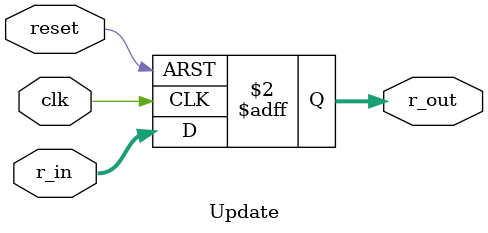
<source format=v>
module Update(clk,reset,r_in,r_out);

input clk;
input reset;
input [127:0]r_in;
output reg [127:0]r_out;


always @(posedge clk or posedge reset)
begin
	if(reset)
	begin
        r_out <= 128'h0;
	end
	else
	begin
		r_out<=r_in;
	end
end
endmodule
</source>
